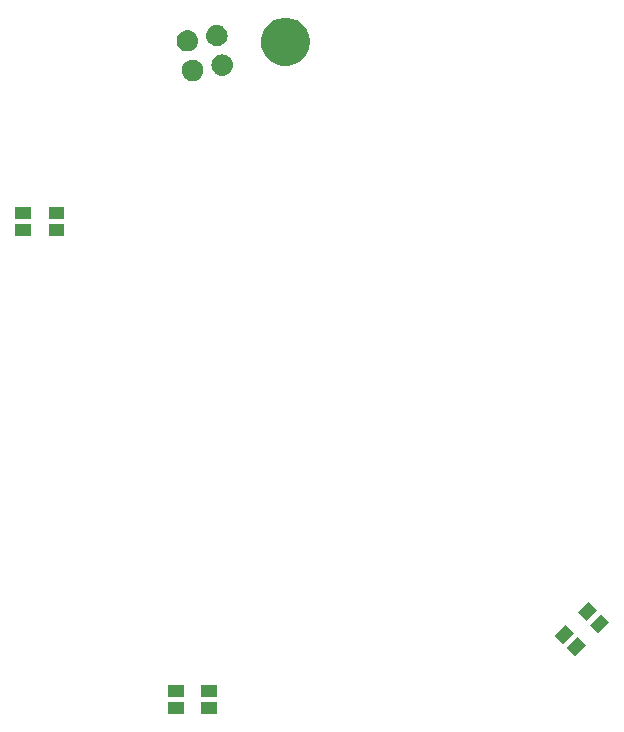
<source format=gbr>
%TF.GenerationSoftware,KiCad,Pcbnew,5.0.2-bee76a0~70~ubuntu18.04.1*%
%TF.CreationDate,2019-02-12T23:17:40+02:00*%
%TF.ProjectId,BLE-NFC-Badge,424c452d-4e46-4432-9d42-616467652e6b,rev?*%
%TF.SameCoordinates,Original*%
%TF.FileFunction,Soldermask,Top*%
%TF.FilePolarity,Negative*%
%FSLAX46Y46*%
G04 Gerber Fmt 4.6, Leading zero omitted, Abs format (unit mm)*
G04 Created by KiCad (PCBNEW 5.0.2-bee76a0~70~ubuntu18.04.1) date Tue 12 Feb 2019 11:17:40 PM EET*
%MOMM*%
%LPD*%
G01*
G04 APERTURE LIST*
%ADD10C,0.100000*%
G04 APERTURE END LIST*
D10*
G36*
X158701000Y-141901000D02*
X157399000Y-141901000D01*
X157399000Y-140899000D01*
X158701000Y-140899000D01*
X158701000Y-141901000D01*
X158701000Y-141901000D01*
G37*
G36*
X155901000Y-141901000D02*
X154599000Y-141901000D01*
X154599000Y-140899000D01*
X155901000Y-140899000D01*
X155901000Y-141901000D01*
X155901000Y-141901000D01*
G37*
G36*
X158701000Y-140451000D02*
X157399000Y-140451000D01*
X157399000Y-139449000D01*
X158701000Y-139449000D01*
X158701000Y-140451000D01*
X158701000Y-140451000D01*
G37*
G36*
X155901000Y-140451000D02*
X154599000Y-140451000D01*
X154599000Y-139449000D01*
X155901000Y-139449000D01*
X155901000Y-140451000D01*
X155901000Y-140451000D01*
G37*
G36*
X189937291Y-136096536D02*
X189016637Y-137017190D01*
X188308115Y-136308668D01*
X189228769Y-135388014D01*
X189937291Y-136096536D01*
X189937291Y-136096536D01*
G37*
G36*
X188911986Y-135071231D02*
X187991332Y-135991885D01*
X187282810Y-135283363D01*
X188203464Y-134362709D01*
X188911986Y-135071231D01*
X188911986Y-135071231D01*
G37*
G36*
X191917190Y-134116637D02*
X190996536Y-135037291D01*
X190288014Y-134328769D01*
X191208668Y-133408115D01*
X191917190Y-134116637D01*
X191917190Y-134116637D01*
G37*
G36*
X190891885Y-133091332D02*
X189971231Y-134011986D01*
X189262709Y-133303464D01*
X190183363Y-132382810D01*
X190891885Y-133091332D01*
X190891885Y-133091332D01*
G37*
G36*
X142951000Y-101426000D02*
X141649000Y-101426000D01*
X141649000Y-100424000D01*
X142951000Y-100424000D01*
X142951000Y-101426000D01*
X142951000Y-101426000D01*
G37*
G36*
X145751000Y-101426000D02*
X144449000Y-101426000D01*
X144449000Y-100424000D01*
X145751000Y-100424000D01*
X145751000Y-101426000D01*
X145751000Y-101426000D01*
G37*
G36*
X142951000Y-99976000D02*
X141649000Y-99976000D01*
X141649000Y-98974000D01*
X142951000Y-98974000D01*
X142951000Y-99976000D01*
X142951000Y-99976000D01*
G37*
G36*
X145751000Y-99976000D02*
X144449000Y-99976000D01*
X144449000Y-98974000D01*
X145751000Y-98974000D01*
X145751000Y-99976000D01*
X145751000Y-99976000D01*
G37*
G36*
X156903878Y-86535036D02*
X157067850Y-86602956D01*
X157215420Y-86701559D01*
X157340919Y-86827058D01*
X157439522Y-86974628D01*
X157507442Y-87138600D01*
X157542066Y-87312671D01*
X157542066Y-87490153D01*
X157507442Y-87664224D01*
X157439522Y-87828196D01*
X157340919Y-87975766D01*
X157215420Y-88101265D01*
X157067850Y-88199868D01*
X156903878Y-88267788D01*
X156729807Y-88302412D01*
X156552325Y-88302412D01*
X156378254Y-88267788D01*
X156214282Y-88199868D01*
X156066712Y-88101265D01*
X155941213Y-87975766D01*
X155842610Y-87828196D01*
X155774690Y-87664224D01*
X155740066Y-87490153D01*
X155740066Y-87312671D01*
X155774690Y-87138600D01*
X155842610Y-86974628D01*
X155941213Y-86827058D01*
X156066712Y-86701559D01*
X156214282Y-86602956D01*
X156378254Y-86535036D01*
X156552325Y-86500412D01*
X156729807Y-86500412D01*
X156903878Y-86535036D01*
X156903878Y-86535036D01*
G37*
G36*
X159252921Y-86065865D02*
X159319105Y-86072383D01*
X159432331Y-86106730D01*
X159488945Y-86123903D01*
X159627565Y-86197998D01*
X159645469Y-86207568D01*
X159681207Y-86236898D01*
X159782664Y-86320160D01*
X159865926Y-86421617D01*
X159895256Y-86457355D01*
X159895257Y-86457357D01*
X159978921Y-86613879D01*
X159978921Y-86613880D01*
X160030441Y-86783719D01*
X160047837Y-86960346D01*
X160030441Y-87136973D01*
X160029947Y-87138600D01*
X159978921Y-87306813D01*
X159904826Y-87445433D01*
X159895256Y-87463337D01*
X159865926Y-87499075D01*
X159782664Y-87600532D01*
X159681207Y-87683794D01*
X159645469Y-87713124D01*
X159645467Y-87713125D01*
X159488945Y-87796789D01*
X159432331Y-87813962D01*
X159319105Y-87848309D01*
X159252921Y-87854827D01*
X159186738Y-87861346D01*
X159098218Y-87861346D01*
X159032035Y-87854827D01*
X158965851Y-87848309D01*
X158852625Y-87813962D01*
X158796011Y-87796789D01*
X158639489Y-87713125D01*
X158639487Y-87713124D01*
X158603749Y-87683794D01*
X158502292Y-87600532D01*
X158419030Y-87499075D01*
X158389700Y-87463337D01*
X158380130Y-87445433D01*
X158306035Y-87306813D01*
X158255009Y-87138600D01*
X158254515Y-87136973D01*
X158237119Y-86960346D01*
X158254515Y-86783719D01*
X158306035Y-86613880D01*
X158306035Y-86613879D01*
X158389699Y-86457357D01*
X158389700Y-86457355D01*
X158419030Y-86421617D01*
X158502292Y-86320160D01*
X158603749Y-86236898D01*
X158639487Y-86207568D01*
X158657391Y-86197998D01*
X158796011Y-86123903D01*
X158852625Y-86106730D01*
X158965851Y-86072383D01*
X159032035Y-86065865D01*
X159098218Y-86059346D01*
X159186738Y-86059346D01*
X159252921Y-86065865D01*
X159252921Y-86065865D01*
G37*
G36*
X165098252Y-83027818D02*
X165098254Y-83027819D01*
X165098255Y-83027819D01*
X165471513Y-83182427D01*
X165471514Y-83182428D01*
X165807439Y-83406886D01*
X166093114Y-83692561D01*
X166093116Y-83692564D01*
X166317573Y-84028487D01*
X166422708Y-84282307D01*
X166472182Y-84401748D01*
X166551000Y-84797993D01*
X166551000Y-85202007D01*
X166522180Y-85346897D01*
X166472181Y-85598255D01*
X166317573Y-85971513D01*
X166215749Y-86123903D01*
X166093114Y-86307439D01*
X165807439Y-86593114D01*
X165807436Y-86593116D01*
X165471513Y-86817573D01*
X165098255Y-86972181D01*
X165098254Y-86972181D01*
X165098252Y-86972182D01*
X164702007Y-87051000D01*
X164297993Y-87051000D01*
X163901748Y-86972182D01*
X163901746Y-86972181D01*
X163901745Y-86972181D01*
X163528487Y-86817573D01*
X163192564Y-86593116D01*
X163192561Y-86593114D01*
X162906886Y-86307439D01*
X162784251Y-86123903D01*
X162682427Y-85971513D01*
X162527819Y-85598255D01*
X162477821Y-85346897D01*
X162449000Y-85202007D01*
X162449000Y-84797993D01*
X162527818Y-84401748D01*
X162577292Y-84282307D01*
X162682427Y-84028487D01*
X162906884Y-83692564D01*
X162906886Y-83692561D01*
X163192561Y-83406886D01*
X163528486Y-83182428D01*
X163528487Y-83182427D01*
X163901745Y-83027819D01*
X163901746Y-83027819D01*
X163901748Y-83027818D01*
X164297993Y-82949000D01*
X164702007Y-82949000D01*
X165098252Y-83027818D01*
X165098252Y-83027818D01*
G37*
G36*
X156310442Y-84005518D02*
X156376627Y-84012037D01*
X156489853Y-84046384D01*
X156546467Y-84063557D01*
X156685087Y-84137652D01*
X156702991Y-84147222D01*
X156738729Y-84176552D01*
X156840186Y-84259814D01*
X156923448Y-84361271D01*
X156952778Y-84397009D01*
X156952779Y-84397011D01*
X157036443Y-84553533D01*
X157036443Y-84553534D01*
X157087963Y-84723373D01*
X157105359Y-84900000D01*
X157087963Y-85076627D01*
X157053616Y-85189853D01*
X157036443Y-85246467D01*
X156982761Y-85346897D01*
X156952778Y-85402991D01*
X156923448Y-85438729D01*
X156840186Y-85540186D01*
X156738729Y-85623448D01*
X156702991Y-85652778D01*
X156702989Y-85652779D01*
X156546467Y-85736443D01*
X156489853Y-85753616D01*
X156376627Y-85787963D01*
X156310442Y-85794482D01*
X156244260Y-85801000D01*
X156155740Y-85801000D01*
X156089558Y-85794482D01*
X156023373Y-85787963D01*
X155910147Y-85753616D01*
X155853533Y-85736443D01*
X155697011Y-85652779D01*
X155697009Y-85652778D01*
X155661271Y-85623448D01*
X155559814Y-85540186D01*
X155476552Y-85438729D01*
X155447222Y-85402991D01*
X155417239Y-85346897D01*
X155363557Y-85246467D01*
X155346384Y-85189853D01*
X155312037Y-85076627D01*
X155294641Y-84900000D01*
X155312037Y-84723373D01*
X155363557Y-84553534D01*
X155363557Y-84553533D01*
X155447221Y-84397011D01*
X155447222Y-84397009D01*
X155476552Y-84361271D01*
X155559814Y-84259814D01*
X155661271Y-84176552D01*
X155697009Y-84147222D01*
X155714913Y-84137652D01*
X155853533Y-84063557D01*
X155910147Y-84046384D01*
X156023373Y-84012037D01*
X156089558Y-84005518D01*
X156155740Y-83999000D01*
X156244260Y-83999000D01*
X156310442Y-84005518D01*
X156310442Y-84005518D01*
G37*
G36*
X158811855Y-83564453D02*
X158878039Y-83570971D01*
X158991265Y-83605318D01*
X159047879Y-83622491D01*
X159178969Y-83692561D01*
X159204403Y-83706156D01*
X159240141Y-83735486D01*
X159341598Y-83818748D01*
X159424860Y-83920205D01*
X159454190Y-83955943D01*
X159454191Y-83955945D01*
X159537855Y-84112467D01*
X159555028Y-84169081D01*
X159589375Y-84282307D01*
X159606771Y-84458934D01*
X159589375Y-84635561D01*
X159562737Y-84723375D01*
X159537855Y-84805401D01*
X159487290Y-84900000D01*
X159454190Y-84961925D01*
X159424860Y-84997663D01*
X159341598Y-85099120D01*
X159240141Y-85182382D01*
X159204403Y-85211712D01*
X159204401Y-85211713D01*
X159047879Y-85295377D01*
X158991265Y-85312550D01*
X158878039Y-85346897D01*
X158811854Y-85353416D01*
X158745672Y-85359934D01*
X158657152Y-85359934D01*
X158590970Y-85353416D01*
X158524785Y-85346897D01*
X158411559Y-85312550D01*
X158354945Y-85295377D01*
X158198423Y-85211713D01*
X158198421Y-85211712D01*
X158162683Y-85182382D01*
X158061226Y-85099120D01*
X157977964Y-84997663D01*
X157948634Y-84961925D01*
X157915534Y-84900000D01*
X157864969Y-84805401D01*
X157840087Y-84723375D01*
X157813449Y-84635561D01*
X157796053Y-84458934D01*
X157813449Y-84282307D01*
X157847796Y-84169081D01*
X157864969Y-84112467D01*
X157948633Y-83955945D01*
X157948634Y-83955943D01*
X157977964Y-83920205D01*
X158061226Y-83818748D01*
X158162683Y-83735486D01*
X158198421Y-83706156D01*
X158223855Y-83692561D01*
X158354945Y-83622491D01*
X158411559Y-83605318D01*
X158524785Y-83570971D01*
X158590969Y-83564453D01*
X158657152Y-83557934D01*
X158745672Y-83557934D01*
X158811855Y-83564453D01*
X158811855Y-83564453D01*
G37*
M02*

</source>
